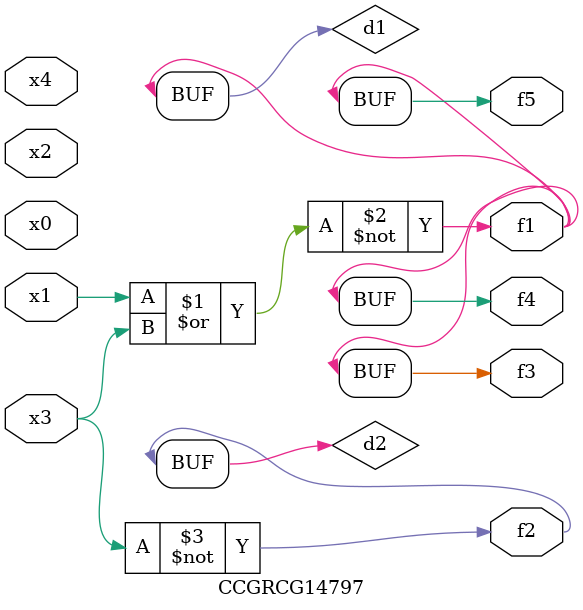
<source format=v>
module CCGRCG14797(
	input x0, x1, x2, x3, x4,
	output f1, f2, f3, f4, f5
);

	wire d1, d2;

	nor (d1, x1, x3);
	not (d2, x3);
	assign f1 = d1;
	assign f2 = d2;
	assign f3 = d1;
	assign f4 = d1;
	assign f5 = d1;
endmodule

</source>
